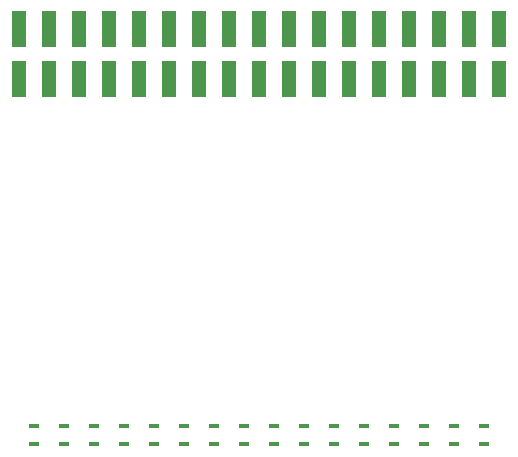
<source format=gbr>
G04 DesignSpark PCB Gerber Version 10.0 Build 5299*
%FSLAX35Y35*%
%MOIN*%
%ADD112R,0.04600X0.12120*%
%ADD111R,0.03537X0.01569*%
X0Y0D02*
D02*
D111*
X35247Y11044D03*
Y16950D03*
X45247Y11044D03*
Y16950D03*
X55247Y11044D03*
Y16950D03*
X65247Y11044D03*
Y16950D03*
X75247Y11044D03*
Y16950D03*
X85247Y11044D03*
Y16950D03*
X95247Y11044D03*
Y16950D03*
X105247Y11044D03*
Y16950D03*
X115247Y11044D03*
Y16950D03*
X125247Y11044D03*
Y16950D03*
X135247Y11044D03*
Y16950D03*
X145247Y11044D03*
Y16950D03*
X155247Y11044D03*
Y16950D03*
X165247Y11044D03*
Y16950D03*
X175247Y11044D03*
Y16950D03*
X185247Y11044D03*
Y16950D03*
D02*
D112*
X30250Y132689D03*
Y149185D03*
X40250Y132689D03*
Y149185D03*
X50250Y132689D03*
Y149185D03*
X60250Y132689D03*
Y149185D03*
X70250Y132689D03*
Y149185D03*
X80250Y132689D03*
Y149185D03*
X90250Y132689D03*
Y149185D03*
X100250Y132689D03*
Y149185D03*
X110250Y132689D03*
Y149185D03*
X120250Y132689D03*
Y149185D03*
X130250Y132689D03*
Y149185D03*
X140250Y132689D03*
Y149185D03*
X150250Y132689D03*
Y149185D03*
X160250Y132689D03*
Y149185D03*
X170250Y132689D03*
Y149185D03*
X180250Y132689D03*
Y149185D03*
X190250Y132689D03*
Y149185D03*
X0Y0D02*
M02*

</source>
